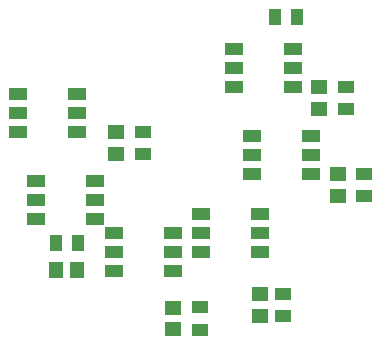
<source format=gbp>
G04*
G04 #@! TF.GenerationSoftware,Altium Limited,Altium Designer,20.0.14 (345)*
G04*
G04 Layer_Color=128*
%FSLAX25Y25*%
%MOIN*%
G70*
G01*
G75*
%ADD25R,0.03937X0.05709*%
%ADD26R,0.05709X0.04528*%
%ADD27R,0.04528X0.05709*%
%ADD28R,0.05709X0.03937*%
%ADD29R,0.05906X0.03937*%
D25*
X119240Y114000D02*
D03*
X111760D02*
D03*
X46240Y38500D02*
D03*
X38760D02*
D03*
D26*
X59000Y75543D02*
D03*
Y68457D02*
D03*
X78000Y17043D02*
D03*
Y9957D02*
D03*
X107000Y21543D02*
D03*
Y14457D02*
D03*
X133000Y61543D02*
D03*
Y54457D02*
D03*
X126500Y90543D02*
D03*
Y83457D02*
D03*
D27*
X46043Y29500D02*
D03*
X38957D02*
D03*
D28*
X87000Y17240D02*
D03*
Y9760D02*
D03*
X114500Y21740D02*
D03*
Y14260D02*
D03*
X141500Y61740D02*
D03*
Y54260D02*
D03*
X68000Y75740D02*
D03*
Y68260D02*
D03*
X135500Y90740D02*
D03*
Y83260D02*
D03*
D29*
X77764Y35500D02*
D03*
Y41799D02*
D03*
Y29201D02*
D03*
X58236Y41799D02*
D03*
Y35500D02*
D03*
Y29201D02*
D03*
X51764Y53000D02*
D03*
Y59299D02*
D03*
Y46701D02*
D03*
X32236Y59299D02*
D03*
Y53000D02*
D03*
Y46701D02*
D03*
X117764Y97000D02*
D03*
Y103299D02*
D03*
Y90701D02*
D03*
X98236Y103299D02*
D03*
Y97000D02*
D03*
Y90701D02*
D03*
X123764Y68000D02*
D03*
Y74299D02*
D03*
Y61701D02*
D03*
X104236Y74299D02*
D03*
Y68000D02*
D03*
Y61701D02*
D03*
X106764Y42000D02*
D03*
Y48299D02*
D03*
Y35701D02*
D03*
X87236Y48299D02*
D03*
Y42000D02*
D03*
Y35701D02*
D03*
X45764Y82000D02*
D03*
Y88299D02*
D03*
Y75701D02*
D03*
X26236Y88299D02*
D03*
Y82000D02*
D03*
Y75701D02*
D03*
M02*

</source>
